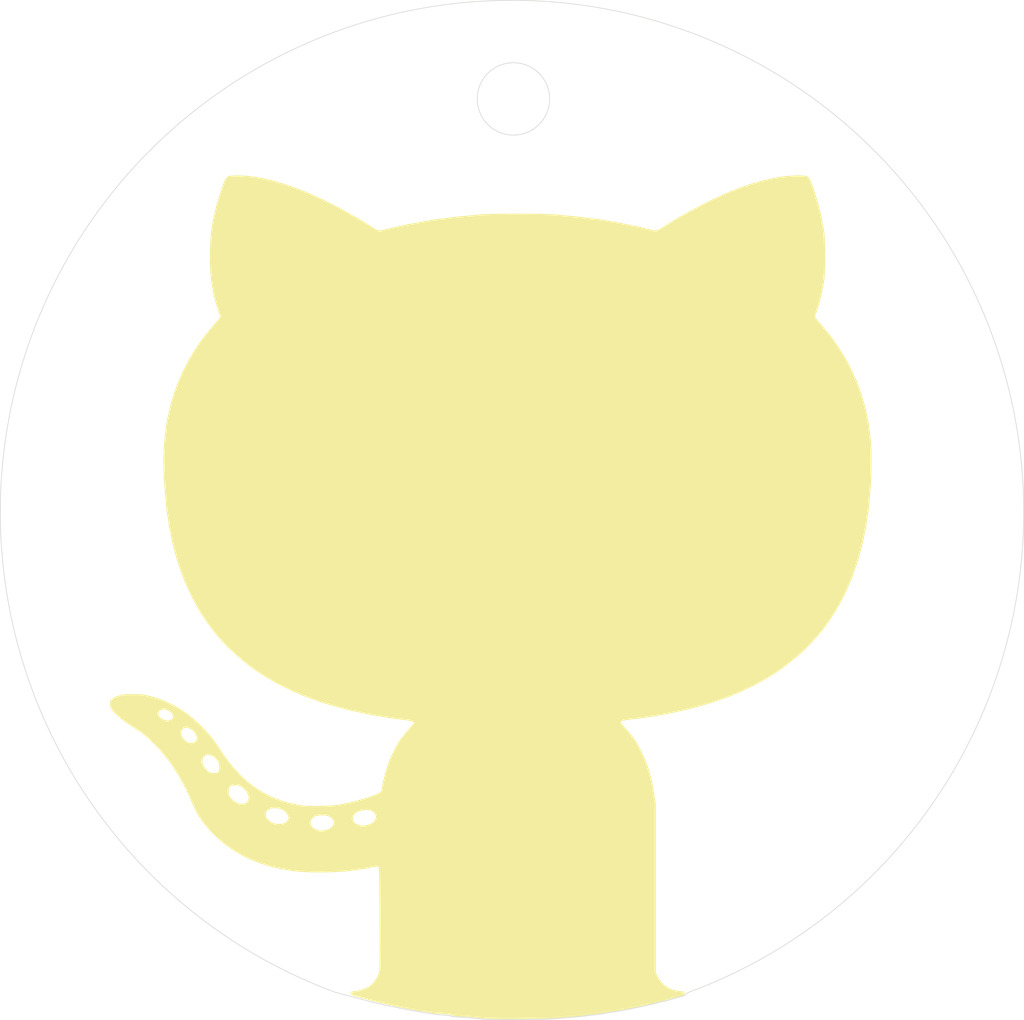
<source format=kicad_pcb>
(kicad_pcb (version 20171130) (host pcbnew "(5.1.2)-1")

  (general
    (thickness 1.6)
    (drawings 42)
    (tracks 0)
    (zones 0)
    (modules 1)
    (nets 1)
  )

  (page A4)
  (layers
    (0 F.Cu signal)
    (31 B.Cu signal)
    (32 B.Adhes user)
    (33 F.Adhes user)
    (34 B.Paste user)
    (35 F.Paste user)
    (36 B.SilkS user)
    (37 F.SilkS user)
    (38 B.Mask user)
    (39 F.Mask user)
    (40 Dwgs.User user)
    (41 Cmts.User user)
    (42 Eco1.User user)
    (43 Eco2.User user)
    (44 Edge.Cuts user)
    (45 Margin user)
    (46 B.CrtYd user)
    (47 F.CrtYd user)
    (48 B.Fab user)
    (49 F.Fab user)
  )

  (setup
    (last_trace_width 0.25)
    (trace_clearance 0.2)
    (zone_clearance 0.508)
    (zone_45_only no)
    (trace_min 0.2)
    (via_size 0.8)
    (via_drill 0.4)
    (via_min_size 0.4)
    (via_min_drill 0.3)
    (uvia_size 0.3)
    (uvia_drill 0.1)
    (uvias_allowed no)
    (uvia_min_size 0.2)
    (uvia_min_drill 0.1)
    (edge_width 0.05)
    (segment_width 0.2)
    (pcb_text_width 0.3)
    (pcb_text_size 1.5 1.5)
    (mod_edge_width 0.12)
    (mod_text_size 1 1)
    (mod_text_width 0.15)
    (pad_size 1.524 1.524)
    (pad_drill 0.762)
    (pad_to_mask_clearance 0.051)
    (solder_mask_min_width 0.25)
    (aux_axis_origin 0 0)
    (visible_elements 7FFFFFFF)
    (pcbplotparams
      (layerselection 0x010f0_ffffffff)
      (usegerberextensions false)
      (usegerberattributes false)
      (usegerberadvancedattributes false)
      (creategerberjobfile false)
      (excludeedgelayer true)
      (linewidth 0.100000)
      (plotframeref false)
      (viasonmask false)
      (mode 1)
      (useauxorigin false)
      (hpglpennumber 1)
      (hpglpenspeed 20)
      (hpglpendiameter 15.000000)
      (psnegative false)
      (psa4output false)
      (plotreference true)
      (plotvalue true)
      (plotinvisibletext false)
      (padsonsilk false)
      (subtractmaskfromsilk false)
      (outputformat 1)
      (mirror false)
      (drillshape 0)
      (scaleselection 1)
      (outputdirectory "github_logo_garber/"))
  )

  (net 0 "")

  (net_class Default "これはデフォルトのネット クラスです。"
    (clearance 0.2)
    (trace_width 0.25)
    (via_dia 0.8)
    (via_drill 0.4)
    (uvia_dia 0.3)
    (uvia_drill 0.1)
  )

  (module nanbuwks:github (layer F.Cu) (tedit 0) (tstamp 5D29A5CE)
    (at 156.0068 98.1964)
    (fp_text reference Ref** (at 0 0) (layer F.SilkS) hide
      (effects (font (size 1.27 1.27) (thickness 0.15)))
    )
    (fp_text value Val** (at 0 0) (layer F.SilkS) hide
      (effects (font (size 1.27 1.27) (thickness 0.15)))
    )
    (fp_poly (pts (xy 25.37734 -34.362021) (xy 25.458062 -34.355371) (xy 25.785742 -34.324665) (xy 25.929842 -34.127416)
      (xy 26.015729 -33.994104) (xy 26.080104 -33.865612) (xy 26.100949 -33.803166) (xy 26.132567 -33.692683)
      (xy 26.184969 -33.544439) (xy 26.225062 -33.443333) (xy 26.28286 -33.292121) (xy 26.351 -33.095157)
      (xy 26.417227 -32.888286) (xy 26.434935 -32.8295) (xy 26.493662 -32.634623) (xy 26.552236 -32.446164)
      (xy 26.600709 -32.295952) (xy 26.613553 -32.258) (xy 26.654165 -32.124482) (xy 26.702295 -31.942776)
      (xy 26.748823 -31.747709) (xy 26.757676 -31.707666) (xy 26.798802 -31.530692) (xy 26.839554 -31.375521)
      (xy 26.872844 -31.268577) (xy 26.880667 -31.24907) (xy 26.904722 -31.167529) (xy 26.934906 -31.024014)
      (xy 26.96693 -30.840577) (xy 26.990196 -30.685643) (xy 27.02024 -30.485949) (xy 27.050903 -30.308599)
      (xy 27.078108 -30.175859) (xy 27.09411 -30.118123) (xy 27.132801 -29.96757) (xy 27.165854 -29.7365)
      (xy 27.193033 -29.428891) (xy 27.214103 -29.048721) (xy 27.228827 -28.599968) (xy 27.236968 -28.086609)
      (xy 27.238623 -27.686) (xy 27.236972 -27.214386) (xy 27.231611 -26.814408) (xy 27.221613 -26.473078)
      (xy 27.206053 -26.177413) (xy 27.184003 -25.914425) (xy 27.15454 -25.671129) (xy 27.116735 -25.43454)
      (xy 27.069664 -25.191671) (xy 27.056204 -25.127812) (xy 27.013583 -24.926915) (xy 26.972169 -24.72931)
      (xy 26.939142 -24.569322) (xy 26.931616 -24.532166) (xy 26.885689 -24.329506) (xy 26.822826 -24.087784)
      (xy 26.748653 -23.825318) (xy 26.6688 -23.560426) (xy 26.588893 -23.311427) (xy 26.514561 -23.096639)
      (xy 26.451431 -22.934379) (xy 26.42041 -22.868239) (xy 26.404877 -22.798478) (xy 26.436347 -22.70988)
      (xy 26.490203 -22.623307) (xy 26.574124 -22.508701) (xy 26.652031 -22.416624) (xy 26.674755 -22.394333)
      (xy 26.727897 -22.338329) (xy 26.823628 -22.22858) (xy 26.951704 -22.077502) (xy 27.10188 -21.897509)
      (xy 27.263911 -21.701015) (xy 27.427553 -21.500435) (xy 27.58256 -21.308182) (xy 27.718688 -21.136673)
      (xy 27.813 -21.01503) (xy 27.919179 -20.871643) (xy 28.047405 -20.692468) (xy 28.182568 -20.499277)
      (xy 28.309556 -20.313844) (xy 28.41326 -20.157941) (xy 28.468115 -20.071091) (xy 28.613095 -19.832123)
      (xy 28.720909 -19.658928) (xy 28.786678 -19.558) (xy 28.853218 -19.450918) (xy 28.939995 -19.299309)
      (xy 29.038669 -19.119199) (xy 29.140903 -18.926616) (xy 29.238356 -18.737587) (xy 29.32269 -18.568141)
      (xy 29.385565 -18.434303) (xy 29.418643 -18.352102) (xy 29.421667 -18.337562) (xy 29.450665 -18.280125)
      (xy 29.482446 -18.247925) (xy 29.53394 -18.172307) (xy 29.571679 -18.062825) (xy 29.615633 -17.927216)
      (xy 29.676952 -17.801166) (xy 29.740514 -17.679982) (xy 29.806393 -17.530809) (xy 29.824748 -17.483666)
      (xy 29.943674 -17.163908) (xy 30.035635 -16.915308) (xy 30.103584 -16.72982) (xy 30.150472 -16.599398)
      (xy 30.174171 -16.531166) (xy 30.2137 -16.414511) (xy 30.264801 -16.264003) (xy 30.289107 -16.1925)
      (xy 30.343919 -16.020121) (xy 30.399786 -15.827482) (xy 30.421062 -15.748) (xy 30.465074 -15.58027)
      (xy 30.518969 -15.379212) (xy 30.562713 -15.218833) (xy 30.613445 -15.01427) (xy 30.662841 -14.78174)
      (xy 30.69462 -14.605) (xy 30.72431 -14.435598) (xy 30.755368 -14.287417) (xy 30.781442 -14.190531)
      (xy 30.78316 -14.185796) (xy 30.799351 -14.115029) (xy 30.823222 -13.973883) (xy 30.85276 -13.776088)
      (xy 30.885952 -13.535375) (xy 30.920787 -13.265473) (xy 30.935191 -13.148629) (xy 30.968023 -12.870562)
      (xy 30.993959 -12.626907) (xy 31.013805 -12.401414) (xy 31.028371 -12.177832) (xy 31.038466 -11.93991)
      (xy 31.044898 -11.671397) (xy 31.048476 -11.356043) (xy 31.050008 -10.977595) (xy 31.050201 -10.837333)
      (xy 31.048666 -10.435174) (xy 31.043584 -10.041007) (xy 31.035371 -9.670407) (xy 31.024446 -9.338946)
      (xy 31.011227 -9.062196) (xy 30.997357 -8.868833) (xy 30.974252 -8.611287) (xy 30.94713 -8.30166)
      (xy 30.918785 -7.972262) (xy 30.892012 -7.655405) (xy 30.881674 -7.531004) (xy 30.857411 -7.263087)
      (xy 30.829855 -7.000951) (xy 30.801534 -6.766072) (xy 30.774977 -6.579925) (xy 30.759569 -6.493837)
      (xy 30.721907 -6.285018) (xy 30.688376 -6.05311) (xy 30.671848 -5.9055) (xy 30.650611 -5.734881)
      (xy 30.615442 -5.515623) (xy 30.572025 -5.28145) (xy 30.543442 -5.1435) (xy 30.497605 -4.929713)
      (xy 30.454336 -4.722697) (xy 30.419461 -4.550586) (xy 30.403203 -4.466166) (xy 30.360573 -4.262462)
      (xy 30.298848 -4.00471) (xy 30.222534 -3.708661) (xy 30.136142 -3.390065) (xy 30.04418 -3.06467)
      (xy 29.951157 -2.748226) (xy 29.861581 -2.456483) (xy 29.77996 -2.205189) (xy 29.710804 -2.010096)
      (xy 29.674356 -1.92017) (xy 29.617448 -1.770997) (xy 29.574138 -1.621542) (xy 29.567813 -1.591619)
      (xy 29.540377 -1.485503) (xy 29.509864 -1.421658) (xy 29.504833 -1.417239) (xy 29.475082 -1.369)
      (xy 29.429996 -1.262875) (xy 29.379335 -1.121838) (xy 29.379333 -1.121833) (xy 29.328408 -0.980575)
      (xy 29.28269 -0.874047) (xy 29.252124 -0.82537) (xy 29.217223 -0.773792) (xy 29.175769 -0.673774)
      (xy 29.166204 -0.644994) (xy 29.104954 -0.480069) (xy 29.009409 -0.258757) (xy 28.887626 0.002018)
      (xy 28.747659 0.28533) (xy 28.597563 0.574252) (xy 28.502826 0.749) (xy 28.421008 0.899312)
      (xy 28.346716 1.03928) (xy 28.304447 1.121834) (xy 28.250973 1.218031) (xy 28.166479 1.35713)
      (xy 28.06753 1.512003) (xy 28.048538 1.54086) (xy 27.959817 1.676689) (xy 27.892569 1.782932)
      (xy 27.857802 1.842074) (xy 27.855334 1.848256) (xy 27.832832 1.887768) (xy 27.773408 1.977974)
      (xy 27.68918 2.100554) (xy 27.675417 2.120229) (xy 27.577102 2.260886) (xy 27.490222 2.385942)
      (xy 27.433121 2.468989) (xy 27.432 2.470644) (xy 27.223653 2.759755) (xy 26.965452 3.08843)
      (xy 26.671502 3.440753) (xy 26.355907 3.80081) (xy 26.032773 4.152685) (xy 25.716203 4.480465)
      (xy 25.420303 4.768234) (xy 25.291282 4.886118) (xy 24.998659 5.140759) (xy 24.686516 5.401556)
      (xy 24.36495 5.660925) (xy 24.044058 5.911285) (xy 23.733937 6.145054) (xy 23.444683 6.354652)
      (xy 23.186394 6.532495) (xy 22.969167 6.671003) (xy 22.803098 6.762594) (xy 22.775334 6.775303)
      (xy 22.658546 6.842548) (xy 22.584834 6.900334) (xy 22.476647 6.981565) (xy 22.394334 7.027461)
      (xy 22.297646 7.075731) (xy 22.164264 7.147442) (xy 22.076834 7.196473) (xy 21.961149 7.259495)
      (xy 21.789369 7.349338) (xy 21.581578 7.455878) (xy 21.357858 7.568989) (xy 21.138296 7.678548)
      (xy 20.942975 7.774428) (xy 20.79198 7.846507) (xy 20.743334 7.868706) (xy 20.63872 7.919216)
      (xy 20.574 7.955026) (xy 20.481141 8.005506) (xy 20.34845 8.06947) (xy 20.199334 8.136664)
      (xy 20.057197 8.196838) (xy 19.945447 8.239739) (xy 19.888751 8.255158) (xy 19.817201 8.27604)
      (xy 19.716104 8.326851) (xy 19.703717 8.334256) (xy 19.583487 8.395118) (xy 19.430386 8.457033)
      (xy 19.365051 8.479264) (xy 19.214782 8.529551) (xy 19.02811 8.595902) (xy 18.8595 8.658644)
      (xy 18.68106 8.725162) (xy 18.503769 8.788475) (xy 18.372667 8.83269) (xy 18.225376 8.880818)
      (xy 18.088746 8.927297) (xy 18.055167 8.939194) (xy 17.953759 8.972198) (xy 17.800355 9.018102)
      (xy 17.624778 9.068035) (xy 17.5895 9.077758) (xy 17.420479 9.126599) (xy 17.275039 9.173159)
      (xy 17.179172 9.208998) (xy 17.166167 9.215204) (xy 17.069023 9.25165) (xy 16.938006 9.284292)
      (xy 16.912167 9.289077) (xy 16.779487 9.317024) (xy 16.607734 9.359766) (xy 16.467667 9.398463)
      (xy 16.111171 9.495365) (xy 15.699612 9.595302) (xy 15.324667 9.678071) (xy 15.149674 9.71538)
      (xy 14.932825 9.762201) (xy 14.714925 9.809712) (xy 14.6685 9.819909) (xy 14.289637 9.898998)
      (xy 13.876482 9.978092) (xy 13.47442 10.0487) (xy 13.2715 10.081296) (xy 13.110553 10.106605)
      (xy 12.902974 10.140004) (xy 12.685625 10.175545) (xy 12.615334 10.18718) (xy 12.387187 10.223822)
      (xy 12.165264 10.256405) (xy 11.929302 10.287536) (xy 11.659039 10.319823) (xy 11.334212 10.355873)
      (xy 11.157402 10.374809) (xy 10.866355 10.409268) (xy 10.654975 10.445769) (xy 10.518341 10.489942)
      (xy 10.451528 10.547418) (xy 10.449615 10.623828) (xy 10.507678 10.724802) (xy 10.620795 10.855972)
      (xy 10.681418 10.919248) (xy 10.984381 11.250602) (xy 11.28335 11.615032) (xy 11.558058 11.986313)
      (xy 11.788234 12.338219) (xy 11.821644 12.394517) (xy 11.904334 12.544107) (xy 12.005192 12.738382)
      (xy 12.115344 12.958887) (xy 12.225912 13.187163) (xy 12.328023 13.404753) (xy 12.412801 13.593199)
      (xy 12.47137 13.734046) (xy 12.487624 13.7795) (xy 12.529157 13.895856) (xy 12.566396 13.978311)
      (xy 12.574621 13.991167) (xy 12.603453 14.0531) (xy 12.64305 14.168081) (xy 12.672152 14.266334)
      (xy 12.72259 14.440006) (xy 12.777362 14.616859) (xy 12.801274 14.689667) (xy 12.856162 14.871231)
      (xy 12.918232 15.107086) (xy 12.980589 15.368035) (xy 13.036334 15.624882) (xy 13.078571 15.848431)
      (xy 13.086284 15.896167) (xy 13.108358 16.036386) (xy 13.140177 16.234612) (xy 13.177617 16.465328)
      (xy 13.216558 16.703019) (xy 13.219631 16.721667) (xy 13.313834 17.293167) (xy 13.313834 31.1785)
      (xy 13.472749 31.502869) (xy 13.693535 31.862304) (xy 13.972828 32.161709) (xy 14.30742 32.399019)
      (xy 14.694102 32.572166) (xy 15.129665 32.679082) (xy 15.338608 32.704847) (xy 15.530019 32.728201)
      (xy 15.646807 32.762048) (xy 15.698963 32.813805) (xy 15.696475 32.890893) (xy 15.672653 32.952952)
      (xy 15.631565 33.007528) (xy 15.552973 33.053883) (xy 15.420089 33.099866) (xy 15.275504 33.138627)
      (xy 15.067213 33.191007) (xy 14.847947 33.246133) (xy 14.662074 33.292849) (xy 14.647334 33.296553)
      (xy 14.458468 33.348051) (xy 14.261842 33.407878) (xy 14.14615 33.446846) (xy 13.995676 33.492916)
      (xy 13.85704 33.522321) (xy 13.795564 33.528) (xy 13.68797 33.541578) (xy 13.538478 33.576701)
      (xy 13.418356 33.613108) (xy 13.236514 33.668875) (xy 13.044657 33.719434) (xy 12.943441 33.741896)
      (xy 12.793468 33.772752) (xy 12.598756 33.814679) (xy 12.397024 33.859529) (xy 12.361334 33.867635)
      (xy 11.875172 33.976794) (xy 11.465295 34.065049) (xy 11.126234 34.133517) (xy 10.852518 34.183315)
      (xy 10.691661 34.208401) (xy 10.518234 34.235877) (xy 10.366453 34.26517) (xy 10.264993 34.290645)
      (xy 10.254537 34.294295) (xy 10.169175 34.315553) (xy 10.024068 34.340691) (xy 9.843774 34.365712)
      (xy 9.744043 34.377376) (xy 9.527394 34.404547) (xy 9.306246 34.438078) (xy 9.118422 34.472065)
      (xy 9.067725 34.482936) (xy 8.915262 34.51155) (xy 8.707785 34.542169) (xy 8.474733 34.570773)
      (xy 8.284559 34.589959) (xy 8.045117 34.614156) (xy 7.79981 34.64364) (xy 7.581171 34.674266)
      (xy 7.450667 34.69617) (xy 7.297152 34.719575) (xy 7.082154 34.744709) (xy 6.82876 34.769244)
      (xy 6.560057 34.790855) (xy 6.4135 34.800689) (xy 6.116666 34.820993) (xy 5.794047 34.846319)
      (xy 5.478579 34.873884) (xy 5.203198 34.900909) (xy 5.122334 34.90973) (xy 4.94916 34.92422)
      (xy 4.701922 34.937655) (xy 4.391216 34.949929) (xy 4.027638 34.960937) (xy 3.621785 34.970575)
      (xy 3.184253 34.978738) (xy 2.725639 34.98532) (xy 2.256539 34.990217) (xy 1.787551 34.993324)
      (xy 1.32927 34.994536) (xy 0.892294 34.993747) (xy 0.487218 34.990854) (xy 0.124639 34.98575)
      (xy -0.184846 34.978332) (xy -0.430641 34.968494) (xy -0.486833 34.965277) (xy -0.733958 34.947978)
      (xy -0.980449 34.927463) (xy -1.199248 34.906181) (xy -1.363299 34.886582) (xy -1.375833 34.884782)
      (xy -1.514702 34.868531) (xy -1.718229 34.850143) (xy -1.966488 34.831156) (xy -2.239551 34.813106)
      (xy -2.488554 34.799008) (xy -2.799976 34.781179) (xy -3.039937 34.763006) (xy -3.221632 34.742872)
      (xy -3.358258 34.719162) (xy -3.463011 34.690259) (xy -3.504554 34.6746) (xy -3.61405 34.638028)
      (xy -3.749294 34.611006) (xy -3.926986 34.591408) (xy -4.163824 34.577107) (xy -4.318 34.570984)
      (xy -4.56057 34.55865) (xy -4.794239 34.539928) (xy -4.99558 34.517144) (xy -5.141168 34.492625)
      (xy -5.164666 34.486888) (xy -5.310529 34.454622) (xy -5.50841 34.42009) (xy -5.726005 34.388658)
      (xy -5.836591 34.375279) (xy -6.032573 34.350647) (xy -6.207169 34.323706) (xy -6.336603 34.29838)
      (xy -6.385023 34.284732) (xy -6.472119 34.26158) (xy -6.61987 34.232273) (xy -6.804916 34.201167)
      (xy -6.940765 34.181121) (xy -7.149949 34.148767) (xy -7.349521 34.112203) (xy -7.510875 34.07693)
      (xy -7.577666 34.058605) (xy -7.743768 34.014875) (xy -7.927282 33.979105) (xy -7.979833 33.97157)
      (xy -8.134238 33.945851) (xy -8.325136 33.905373) (xy -8.487833 33.864989) (xy -8.695523 33.811767)
      (xy -8.925735 33.757004) (xy -9.0805 33.72284) (xy -9.386653 33.655078) (xy -9.730186 33.573109)
      (xy -10.086854 33.483193) (xy -10.432413 33.391592) (xy -10.742618 33.304566) (xy -10.9855 33.230866)
      (xy -11.158777 33.180559) (xy -11.333435 33.138215) (xy -11.428147 33.120167) (xy -11.581228 33.07435)
      (xy -11.70734 32.996782) (xy -11.786981 32.903181) (xy -11.802803 32.818201) (xy -11.778693 32.780003)
      (xy -11.71348 32.749978) (xy -11.592544 32.723653) (xy -11.408306 32.697436) (xy -10.943487 32.608801)
      (xy -10.542122 32.466577) (xy -10.199977 32.268038) (xy -9.91282 32.010457) (xy -9.676417 31.691106)
      (xy -9.583 31.521615) (xy -9.499537 31.337383) (xy -9.447734 31.167841) (xy -9.416707 30.972498)
      (xy -9.406621 30.865345) (xy -9.402509 30.770102) (xy -9.399015 30.596793) (xy -9.396154 30.352014)
      (xy -9.393939 30.042363) (xy -9.392382 29.674438) (xy -9.391498 29.254836) (xy -9.391298 28.790155)
      (xy -9.391796 28.286992) (xy -9.393006 27.751946) (xy -9.39494 27.191613) (xy -9.397612 26.612592)
      (xy -9.398 26.538888) (xy -9.401845 25.852565) (xy -9.405665 25.246223) (xy -9.409552 24.715176)
      (xy -9.413597 24.254738) (xy -9.417893 23.860225) (xy -9.42253 23.52695) (xy -9.427602 23.250227)
      (xy -9.4332 23.02537) (xy -9.439415 22.847695) (xy -9.44634 22.712516) (xy -9.454067 22.615146)
      (xy -9.462687 22.5509) (xy -9.472291 22.515092) (xy -9.477026 22.506928) (xy -9.525526 22.471301)
      (xy -9.603211 22.456517) (xy -9.72228 22.463524) (xy -9.894932 22.493269) (xy -10.133366 22.546702)
      (xy -10.202333 22.563301) (xy -10.416583 22.608088) (xy -10.65535 22.647191) (xy -10.837333 22.669085)
      (xy -11.050584 22.693532) (xy -11.283111 22.728039) (xy -11.451166 22.758603) (xy -11.740477 22.806291)
      (xy -12.099009 22.846467) (xy -12.513587 22.879056) (xy -12.971033 22.903982) (xy -13.458171 22.92117)
      (xy -13.961822 22.930547) (xy -14.46881 22.932036) (xy -14.965958 22.925562) (xy -15.440088 22.911052)
      (xy -15.878025 22.888429) (xy -16.266589 22.857619) (xy -16.592605 22.818546) (xy -16.764 22.788833)
      (xy -16.974985 22.747851) (xy -17.215496 22.704119) (xy -17.420166 22.669309) (xy -17.699207 22.6184)
      (xy -17.99161 22.555189) (xy -18.273453 22.485608) (xy -18.520812 22.415587) (xy -18.709764 22.351056)
      (xy -18.719181 22.347303) (xy -18.846822 22.300647) (xy -18.948612 22.271832) (xy -18.980566 22.267334)
      (xy -19.052034 22.251268) (xy -19.187292 22.206522) (xy -19.372526 22.138272) (xy -19.593924 22.051694)
      (xy -19.837672 21.951963) (xy -19.960166 21.900253) (xy -20.709976 21.540909) (xy -21.432329 21.116674)
      (xy -22.115031 20.636388) (xy -22.745888 20.108888) (xy -23.312705 19.543012) (xy -23.48985 19.342056)
      (xy -23.640758 19.164294) (xy -23.74905 19.034678) (xy -23.827367 18.937208) (xy -23.888354 18.855882)
      (xy -23.944653 18.774699) (xy -23.97944 18.722436) (xy -24.070614 18.587124) (xy -24.175625 18.435067)
      (xy -24.213282 18.38153) (xy -24.30297 18.245881) (xy -24.35943 18.149685) (xy -18.752025 18.149685)
      (xy -18.751946 18.173297) (xy -18.740001 18.328951) (xy -18.698217 18.44207) (xy -18.634528 18.528923)
      (xy -18.397026 18.744963) (xy -18.119948 18.88747) (xy -17.808133 18.954991) (xy -17.466422 18.946076)
      (xy -17.325813 18.921507) (xy -17.209055 18.873835) (xy -15.070666 18.873835) (xy -15.05088 19.025567)
      (xy -14.985303 19.153637) (xy -14.864609 19.266544) (xy -14.679471 19.372785) (xy -14.420562 19.480858)
      (xy -14.393333 19.490961) (xy -14.279345 19.506829) (xy -14.113768 19.499157) (xy -13.92508 19.471931)
      (xy -13.741759 19.429141) (xy -13.604688 19.380524) (xy -13.396623 19.257718) (xy -13.247562 19.107913)
      (xy -13.168087 18.943155) (xy -13.157986 18.871953) (xy -13.170511 18.728138) (xy -13.228956 18.60135)
      (xy -13.324586 18.490557) (xy -11.597833 18.490557) (xy -11.574284 18.661231) (xy -11.498823 18.795804)
      (xy -11.358659 18.912267) (xy -11.25573 18.971764) (xy -10.975758 19.073683) (xy -10.681171 19.094679)
      (xy -10.382768 19.034593) (xy -10.261866 18.9865) (xy -10.133872 18.930113) (xy -10.037695 18.891722)
      (xy -9.999995 18.880666) (xy -9.952667 18.848416) (xy -9.880254 18.767813) (xy -9.801283 18.663069)
      (xy -9.734286 18.5584) (xy -9.701728 18.490896) (xy -9.686149 18.322883) (xy -9.752001 18.145796)
      (xy -9.843651 18.021858) (xy -10.005014 17.900397) (xy -10.224574 17.823918) (xy -10.486871 17.795653)
      (xy -10.776448 17.818829) (xy -10.797663 17.82252) (xy -11.058464 17.895747) (xy -11.28041 18.009372)
      (xy -11.451963 18.153763) (xy -11.561584 18.319287) (xy -11.597833 18.490557) (xy -13.324586 18.490557)
      (xy -13.346461 18.465214) (xy -13.373738 18.438784) (xy -13.526956 18.341923) (xy -13.738593 18.274983)
      (xy -13.987204 18.239766) (xy -14.251347 18.238077) (xy -14.509578 18.271717) (xy -14.702307 18.327092)
      (xy -14.789571 18.381286) (xy -14.894389 18.474118) (xy -14.935703 18.518231) (xy -15.024804 18.63788)
      (xy -15.063679 18.75454) (xy -15.070666 18.873835) (xy -17.209055 18.873835) (xy -17.131461 18.842154)
      (xy -16.980918 18.705704) (xy -16.891753 18.529204) (xy -16.88309 18.491971) (xy -16.893612 18.33757)
      (xy -16.971372 18.168909) (xy -17.104909 18.002954) (xy -17.282763 17.856667) (xy -17.334151 17.82436)
      (xy -17.489331 17.740319) (xy -17.624179 17.691868) (xy -17.778794 17.667311) (xy -17.900991 17.659014)
      (xy -18.178296 17.661113) (xy -18.393997 17.701689) (xy -18.563794 17.784689) (xy -18.63725 17.844137)
      (xy -18.708964 17.925224) (xy -18.743156 18.015401) (xy -18.752025 18.149685) (xy -24.35943 18.149685)
      (xy -24.381311 18.112405) (xy -24.406068 18.06403) (xy -24.470133 17.935759) (xy -24.531971 17.822334)
      (xy -24.579446 17.731467) (xy -24.64632 17.591765) (xy -24.718731 17.432249) (xy -24.724055 17.420167)
      (xy -24.799497 17.251953) (xy -24.8732 17.09319) (xy -24.929488 16.977633) (xy -24.930496 16.975667)
      (xy -24.990204 16.841958) (xy -25.034068 16.713831) (xy -25.036809 16.703082) (xy -25.085349 16.572292)
      (xy -25.14234 16.470249) (xy -25.210015 16.35107) (xy -25.265268 16.220667) (xy -21.805767 16.220667)
      (xy -21.804799 16.386216) (xy -21.786661 16.528338) (xy -21.778606 16.558302) (xy -21.692391 16.724836)
      (xy -21.547689 16.898296) (xy -21.366391 17.059) (xy -21.170387 17.187267) (xy -20.999641 17.258667)
      (xy -20.828525 17.288026) (xy -20.643547 17.290907) (xy -20.47331 17.269552) (xy -20.346417 17.226205)
      (xy -20.316191 17.205053) (xy -20.259776 17.126338) (xy -20.204338 17.007521) (xy -20.192836 16.975171)
      (xy -20.164601 16.868603) (xy -20.16186 16.771103) (xy -20.186409 16.648886) (xy -20.215536 16.547809)
      (xy -20.268771 16.397759) (xy -20.335064 16.281343) (xy -20.435027 16.168308) (xy -20.540086 16.071443)
      (xy -20.682439 15.957485) (xy -20.825126 15.862576) (xy -20.938741 15.806141) (xy -20.944728 15.80417)
      (xy -21.175107 15.757569) (xy -21.392227 15.760307) (xy -21.578208 15.808926) (xy -21.715168 15.89997)
      (xy -21.760516 15.961877) (xy -21.790646 16.067339) (xy -21.805767 16.220667) (xy -25.265268 16.220667)
      (xy -25.266991 16.216601) (xy -25.267054 16.216416) (xy -25.316582 16.09872) (xy -25.370269 16.009227)
      (xy -25.37401 16.004749) (xy -25.424863 15.921204) (xy -25.475267 15.801597) (xy -25.482403 15.78034)
      (xy -25.524052 15.673021) (xy -25.563593 15.605426) (xy -25.571216 15.59867) (xy -25.611429 15.549183)
      (xy -25.669319 15.451092) (xy -25.697235 15.396997) (xy -25.774092 15.245974) (xy -25.852228 15.104508)
      (xy -25.945047 14.949827) (xy -26.06595 14.759158) (xy -26.138436 14.647334) (xy -26.249939 14.475354)
      (xy -26.360312 14.303907) (xy -26.449346 14.164406) (xy -26.465192 14.139334) (xy -26.553161 14.006164)
      (xy -26.639451 13.885565) (xy -26.672785 13.843) (xy -26.711311 13.794759) (xy -23.960666 13.794759)
      (xy -23.951285 13.956722) (xy -23.914139 14.087019) (xy -23.83573 14.230051) (xy -23.821537 14.252307)
      (xy -23.655593 14.470724) (xy -23.477104 14.637058) (xy -23.320171 14.728799) (xy -23.17544 14.761646)
      (xy -22.99627 14.769991) (xy -22.828512 14.753321) (xy -22.762117 14.735023) (xy -22.65679 14.652055)
      (xy -22.591796 14.507091) (xy -22.569429 14.313775) (xy -22.591984 14.085751) (xy -22.628065 13.937847)
      (xy -22.686578 13.788914) (xy -22.775668 13.661475) (xy -22.913815 13.526999) (xy -23.136525 13.366657)
      (xy -23.352143 13.277965) (xy -23.552348 13.261833) (xy -23.728823 13.31917) (xy -23.852281 13.424354)
      (xy -23.918954 13.52167) (xy -23.951625 13.630126) (xy -23.96065 13.785113) (xy -23.960666 13.794759)
      (xy -26.711311 13.794759) (xy -26.752577 13.743088) (xy -26.849976 13.616632) (xy -26.886696 13.567834)
      (xy -27.177191 13.199277) (xy -27.499787 12.826261) (xy -27.84205 12.460961) (xy -28.191549 12.115549)
      (xy -28.535851 11.802202) (xy -28.807473 11.578442) (xy -25.711552 11.578442) (xy -25.637913 11.797428)
      (xy -25.480879 12.005358) (xy -25.479932 12.006325) (xy -25.276747 12.173576) (xy -25.065503 12.275619)
      (xy -24.859994 12.307607) (xy -24.705946 12.278357) (xy -24.541631 12.179152) (xy -24.447082 12.03816)
      (xy -24.423805 11.863684) (xy -24.473307 11.66403) (xy -24.563916 11.495392) (xy -24.72562 11.307935)
      (xy -24.931994 11.152472) (xy -25.153718 11.049308) (xy -25.239763 11.027305) (xy -25.400801 11.036491)
      (xy -25.549328 11.112241) (xy -25.660385 11.237373) (xy -25.702628 11.345933) (xy -25.711552 11.578442)
      (xy -28.807473 11.578442) (xy -28.862521 11.533094) (xy -29.159129 11.320399) (xy -29.223195 11.279875)
      (xy -29.363192 11.189926) (xy -29.493402 11.099772) (xy -29.546806 11.059584) (xy -29.635611 10.996182)
      (xy -29.697575 10.964489) (xy -29.702944 10.963686) (xy -29.75449 10.940734) (xy -29.851654 10.881785)
      (xy -29.950833 10.815142) (xy -30.096616 10.713516) (xy -30.273175 10.59077) (xy -30.437666 10.476678)
      (xy -30.676114 10.296472) (xy -30.919018 10.086683) (xy -31.1342 9.878013) (xy -27.599744 9.878013)
      (xy -27.558583 10.031414) (xy -27.450202 10.17816) (xy -27.291821 10.305409) (xy -27.100659 10.400316)
      (xy -26.893937 10.450038) (xy -26.827063 10.454313) (xy -26.714314 10.436181) (xy -26.578717 10.388528)
      (xy -26.541313 10.370806) (xy -26.433795 10.30632) (xy -26.385102 10.240971) (xy -26.373945 10.148556)
      (xy -26.413749 9.978471) (xy -26.521182 9.817756) (xy -26.679316 9.680122) (xy -26.871226 9.579277)
      (xy -27.079983 9.528929) (xy -27.143002 9.525722) (xy -27.331581 9.554706) (xy -27.480402 9.635357)
      (xy -27.574325 9.755997) (xy -27.599744 9.878013) (xy -31.1342 9.878013) (xy -31.144848 9.867688)
      (xy -31.332069 9.659861) (xy -31.414808 9.552006) (xy -31.49667 9.425138) (xy -31.540277 9.317178)
      (xy -31.557247 9.189585) (xy -31.5595 9.072016) (xy -31.555688 8.917743) (xy -31.539141 8.822295)
      (xy -31.502192 8.75998) (xy -31.453666 8.717386) (xy -31.355473 8.63885) (xy -31.283987 8.576336)
      (xy -31.196348 8.522636) (xy -31.093487 8.487017) (xy -30.982194 8.455517) (xy -30.832809 8.405582)
      (xy -30.734 8.369343) (xy -30.640883 8.337131) (xy -30.545078 8.313589) (xy -30.431283 8.297346)
      (xy -30.284194 8.28703) (xy -30.088511 8.28127) (xy -29.82893 8.278694) (xy -29.718 8.278285)
      (xy -29.452969 8.27811) (xy -29.240852 8.280881) (xy -29.062625 8.289127) (xy -28.899263 8.305374)
      (xy -28.731743 8.332151) (xy -28.541041 8.371986) (xy -28.308135 8.427407) (xy -28.013998 8.500941)
      (xy -27.982333 8.508922) (xy -27.733635 8.579143) (xy -27.471543 8.669165) (xy -27.183614 8.784183)
      (xy -26.857407 8.929387) (xy -26.480479 9.109969) (xy -26.169995 9.265165) (xy -26.05183 9.331584)
      (xy -25.885569 9.433485) (xy -25.692116 9.557281) (xy -25.492374 9.689384) (xy -25.307245 9.816207)
      (xy -25.167188 9.917) (xy -24.725321 10.271425) (xy -24.275586 10.67719) (xy -23.835097 11.116454)
      (xy -23.420969 11.571377) (xy -23.050317 12.024118) (xy -22.761453 12.424834) (xy -22.659929 12.577021)
      (xy -22.5682 12.714561) (xy -22.502918 12.812486) (xy -22.493248 12.827) (xy -22.425965 12.929953)
      (xy -22.342774 13.059701) (xy -22.315866 13.102167) (xy -22.082089 13.44786) (xy -21.803799 13.81905)
      (xy -21.496275 14.197957) (xy -21.174796 14.566801) (xy -20.85464 14.907801) (xy -20.551085 15.203177)
      (xy -20.3835 15.35092) (xy -20.20837 15.495533) (xy -20.02948 15.638886) (xy -19.859912 15.770995)
      (xy -19.712743 15.881871) (xy -19.601054 15.961528) (xy -19.537925 15.999978) (xy -19.530797 16.002)
      (xy -19.480155 16.027479) (xy -19.42088 16.074658) (xy -19.332281 16.1436) (xy -19.213577 16.223172)
      (xy -19.184713 16.240884) (xy -19.066603 16.307903) (xy -18.906977 16.393196) (xy -18.721752 16.488871)
      (xy -18.526843 16.587036) (xy -18.338168 16.679799) (xy -18.171642 16.759267) (xy -18.043183 16.817549)
      (xy -17.968707 16.846752) (xy -17.958973 16.848667) (xy -17.892739 16.864894) (xy -17.782979 16.905892)
      (xy -17.728216 16.929331) (xy -17.490849 17.02311) (xy -17.208853 17.11639) (xy -16.918679 17.198293)
      (xy -16.656779 17.257938) (xy -16.585151 17.270506) (xy -16.422731 17.299543) (xy -16.281033 17.330602)
      (xy -16.198366 17.354436) (xy -16.042345 17.394587) (xy -15.815371 17.426802) (xy -15.530779 17.451144)
      (xy -15.201904 17.46768) (xy -14.842082 17.476475) (xy -14.464646 17.477594) (xy -14.082933 17.471102)
      (xy -13.710276 17.457064) (xy -13.360012 17.435546) (xy -13.045474 17.406613) (xy -12.779999 17.37033)
      (xy -12.615333 17.336912) (xy -12.428955 17.296842) (xy -12.227602 17.262532) (xy -12.149666 17.252176)
      (xy -11.97784 17.224532) (xy -11.777519 17.181297) (xy -11.641666 17.14572) (xy -11.446893 17.090102)
      (xy -11.237189 17.031234) (xy -11.1125 16.996808) (xy -10.752597 16.895456) (xy -10.469635 16.809103)
      (xy -10.265868 16.73846) (xy -10.174769 16.700272) (xy -10.067989 16.656784) (xy -9.988333 16.636409)
      (xy -9.984269 16.636219) (xy -9.910106 16.617465) (xy -9.788209 16.569729) (xy -9.641641 16.504058)
      (xy -9.493468 16.431498) (xy -9.366754 16.363094) (xy -9.284565 16.309891) (xy -9.267759 16.29309)
      (xy -9.245722 16.224103) (xy -9.222202 16.099108) (xy -9.204136 15.961021) (xy -9.176167 15.778461)
      (xy -9.130523 15.561565) (xy -9.076881 15.356126) (xy -9.074755 15.348957) (xy -9.0277 15.179769)
      (xy -8.992528 15.031512) (xy -8.975405 14.930831) (xy -8.974666 14.916607) (xy -8.959381 14.822607)
      (xy -8.920297 14.688399) (xy -8.889677 14.604181) (xy -8.832273 14.446953) (xy -8.783112 14.292812)
      (xy -8.766704 14.232197) (xy -8.726499 14.101588) (xy -8.658919 13.917276) (xy -8.573383 13.701811)
      (xy -8.47931 13.477745) (xy -8.386117 13.267627) (xy -8.303224 13.094009) (xy -8.250527 12.996334)
      (xy -8.210999 12.923895) (xy -8.150523 12.806494) (xy -8.107801 12.721167) (xy -8.038787 12.585864)
      (xy -7.976469 12.470571) (xy -7.949611 12.424834) (xy -7.813083 12.209068) (xy -7.713615 12.053436)
      (xy -7.64348 11.946223) (xy -7.594951 11.875713) (xy -7.560301 11.830189) (xy -7.547282 11.814853)
      (xy -7.494147 11.75036) (xy -7.406519 11.639891) (xy -7.301274 11.504776) (xy -7.276256 11.472334)
      (xy -7.136883 11.300562) (xy -6.971363 11.11) (xy -6.814482 10.94064) (xy -6.808011 10.933982)
      (xy -6.674898 10.787299) (xy -6.595137 10.676686) (xy -6.574757 10.610579) (xy -6.575427 10.608535)
      (xy -6.616377 10.562146) (xy -6.706676 10.520582) (xy -6.854438 10.481878) (xy -7.067775 10.444067)
      (xy -7.354798 10.405183) (xy -7.471833 10.391227) (xy -7.812356 10.350824) (xy -8.094553 10.315037)
      (xy -8.344359 10.280212) (xy -8.58771 10.242692) (xy -8.850541 10.198823) (xy -8.911166 10.18837)
      (xy -9.120331 10.15251) (xy -9.333857 10.116488) (xy -9.512594 10.086897) (xy -9.546166 10.081452)
      (xy -9.880273 10.02477) (xy -10.223584 9.961522) (xy -10.552612 9.896355) (xy -10.843869 9.833914)
      (xy -11.066355 9.780791) (xy -11.235509 9.73995) (xy -11.382485 9.709512) (xy -11.480558 9.69489)
      (xy -11.493142 9.694334) (xy -11.580532 9.682566) (xy -11.717264 9.651884) (xy -11.856787 9.613785)
      (xy -12.056813 9.556916) (xy -12.277722 9.497662) (xy -12.403666 9.465686) (xy -12.550963 9.428382)
      (xy -12.725024 9.381951) (xy -12.937954 9.323021) (xy -13.201853 9.248219) (xy -13.528825 9.154172)
      (xy -13.716 9.099964) (xy -14.050016 8.999451) (xy -14.343197 8.904025) (xy -14.580344 8.818797)
      (xy -14.710848 8.76529) (xy -14.852649 8.70926) (xy -14.989106 8.666316) (xy -15.01363 8.660396)
      (xy -15.140704 8.620975) (xy -15.283077 8.561323) (xy -15.308316 8.548878) (xy -15.420911 8.497506)
      (xy -15.506738 8.468829) (xy -15.52318 8.466667) (xy -15.588909 8.450007) (xy -15.702481 8.407007)
      (xy -15.799979 8.364677) (xy -15.953474 8.296079) (xy -16.144816 8.2127) (xy -16.333617 8.132133)
      (xy -16.340666 8.129166) (xy -16.497796 8.061518) (xy -16.629453 8.00199) (xy -16.711985 7.961349)
      (xy -16.721666 7.95572) (xy -16.815472 7.904477) (xy -16.848666 7.889362) (xy -16.926563 7.853642)
      (xy -17.058791 7.789851) (xy -17.224291 7.708457) (xy -17.402008 7.619926) (xy -17.570884 7.534726)
      (xy -17.709863 7.463325) (xy -17.773769 7.4295) (xy -18.170366 7.21134) (xy -18.523009 7.010367)
      (xy -18.820495 6.83309) (xy -19.03404 6.697702) (xy -19.363907 6.478669) (xy -19.63 6.300356)
      (xy -19.830348 6.164098) (xy -19.962982 6.071233) (xy -20.018275 6.029688) (xy -20.078001 5.981263)
      (xy -20.187455 5.893081) (xy -20.330277 5.778306) (xy -20.468166 5.667686) (xy -21.005892 5.221035)
      (xy -21.5124 4.769367) (xy -21.976696 4.323268) (xy -22.387782 3.893324) (xy -22.734662 3.490122)
      (xy -22.74974 3.471334) (xy -22.844415 3.354577) (xy -22.925307 3.257642) (xy -22.960572 3.217334)
      (xy -23.05753 3.102083) (xy -23.189408 2.931023) (xy -23.345093 2.719399) (xy -23.513467 2.482457)
      (xy -23.683415 2.235445) (xy -23.763025 2.116667) (xy -23.863544 1.965262) (xy -23.956736 1.824909)
      (xy -24.023612 1.724203) (xy -24.027268 1.718699) (xy -24.275003 1.323212) (xy -24.535241 0.866459)
      (xy -24.797177 0.368571) (xy -25.050009 -0.150324) (xy -25.165512 -0.402166) (xy -25.240065 -0.567635)
      (xy -25.313926 -0.730649) (xy -25.357188 -0.8255) (xy -25.423241 -0.977524) (xy -25.491018 -1.145113)
      (xy -25.506396 -1.185333) (xy -25.560624 -1.329113) (xy -25.628502 -1.508347) (xy -25.682695 -1.651)
      (xy -25.750249 -1.838532) (xy -25.82375 -2.057848) (xy -25.882695 -2.246404) (xy -25.932457 -2.406085)
      (xy -25.977616 -2.537818) (xy -26.009716 -2.617203) (xy -26.013683 -2.624424) (xy -26.041347 -2.692378)
      (xy -26.080441 -2.816641) (xy -26.12281 -2.971153) (xy -26.125456 -2.98152) (xy -26.2206 -3.354305)
      (xy -26.299336 -3.65897) (xy -26.36537 -3.909637) (xy -26.422413 -4.120427) (xy -26.459735 -4.2545)
      (xy -26.501997 -4.421591) (xy -26.532261 -4.57394) (xy -26.543928 -4.677833) (xy -26.554879 -4.774018)
      (xy -26.583689 -4.926088) (xy -26.625224 -5.108442) (xy -26.649627 -5.204764) (xy -26.696414 -5.403521)
      (xy -26.732475 -5.595958) (xy -26.752403 -5.751412) (xy -26.754666 -5.800418) (xy -26.763796 -5.930911)
      (xy -26.788183 -6.112375) (xy -26.823329 -6.313452) (xy -26.840026 -6.39532) (xy -26.877975 -6.603295)
      (xy -26.915314 -6.860597) (xy -26.947342 -7.131985) (xy -26.966685 -7.344833) (xy -26.987249 -7.610935)
      (xy -27.010732 -7.902418) (xy -27.033906 -8.179772) (xy -27.049686 -8.360833) (xy -27.112109 -9.171058)
      (xy -27.152476 -9.954812) (xy -27.170775 -10.702208) (xy -27.166996 -11.403355) (xy -27.141128 -12.048365)
      (xy -27.093161 -12.627349) (xy -27.054657 -12.932833) (xy -27.022909 -13.162752) (xy -26.99627 -13.376769)
      (xy -26.977151 -13.553935) (xy -26.967959 -13.673304) (xy -26.967499 -13.690729) (xy -26.957397 -13.801558)
      (xy -26.931083 -13.968637) (xy -26.892977 -14.166103) (xy -26.862581 -14.304563) (xy -26.81451 -14.51529)
      (xy -26.768972 -14.71994) (xy -26.732379 -14.889451) (xy -26.716864 -14.964833) (xy -26.644708 -15.292502)
      (xy -26.561136 -15.612955) (xy -26.475135 -15.892491) (xy -26.451543 -15.959666) (xy -26.395947 -16.12635)
      (xy -26.34783 -16.294068) (xy -26.329427 -16.371123) (xy -26.283029 -16.532573) (xy -26.218532 -16.693219)
      (xy -26.209388 -16.711759) (xy -26.147279 -16.858529) (xy -26.10175 -17.009296) (xy -26.097235 -17.03102)
      (xy -26.069722 -17.138541) (xy -26.039287 -17.204099) (xy -26.033499 -17.209427) (xy -26.003673 -17.257705)
      (xy -25.958608 -17.363735) (xy -25.908913 -17.502089) (xy -25.853912 -17.648455) (xy -25.798603 -17.765234)
      (xy -25.757448 -17.824313) (xy -25.704658 -17.903747) (xy -25.696333 -17.94661) (xy -25.69074 -17.978205)
      (xy -25.671522 -18.032205) (xy -25.635027 -18.116162) (xy -25.577598 -18.237628) (xy -25.495581 -18.404154)
      (xy -25.385322 -18.623292) (xy -25.243164 -18.902593) (xy -25.070129 -19.2405) (xy -24.994716 -19.3659)
      (xy -24.906154 -19.487165) (xy -24.840617 -19.578522) (xy -24.808108 -19.647356) (xy -24.807333 -19.654222)
      (xy -24.785531 -19.71675) (xy -24.730992 -19.81585) (xy -24.707924 -19.852058) (xy -24.526818 -20.125378)
      (xy -24.386599 -20.335207) (xy -24.282151 -20.489133) (xy -24.208361 -20.594745) (xy -24.1935 -20.615317)
      (xy -24.105686 -20.738531) (xy -24.026027 -20.8538) (xy -23.944276 -20.968239) (xy -23.846341 -21.097198)
      (xy -23.82489 -21.124333) (xy -23.729046 -21.244328) (xy -23.639409 -21.356529) (xy -23.621986 -21.378333)
      (xy -23.478478 -21.556194) (xy -23.321034 -21.748501) (xy -23.16239 -21.939994) (xy -23.015284 -22.115414)
      (xy -22.892451 -22.259502) (xy -22.806627 -22.356999) (xy -22.791631 -22.373166) (xy -22.682808 -22.498658)
      (xy -22.579229 -22.633914) (xy -22.571358 -22.645203) (xy -22.471436 -22.790239) (xy -22.559885 -22.967339)
      (xy -22.613125 -23.085668) (xy -22.644644 -23.178376) (xy -22.648333 -23.202255) (xy -22.662231 -23.269229)
      (xy -22.698665 -23.389234) (xy -22.749748 -23.536285) (xy -22.814623 -23.725065) (xy -22.881918 -23.941182)
      (xy -22.946311 -24.165009) (xy -23.00248 -24.376916) (xy -23.045103 -24.557275) (xy -23.068858 -24.686457)
      (xy -23.071997 -24.724818) (xy -23.08213 -24.814149) (xy -23.10869 -24.957676) (xy -23.146428 -25.127752)
      (xy -23.156 -25.167166) (xy -23.204762 -25.412528) (xy -23.248649 -25.726302) (xy -23.286572 -26.092322)
      (xy -23.317442 -26.494419) (xy -23.340171 -26.916424) (xy -23.35367 -27.342168) (xy -23.356851 -27.755485)
      (xy -23.351215 -28.067) (xy -23.328683 -28.64479) (xy -23.29905 -29.153368) (xy -23.260565 -29.608021)
      (xy -23.211478 -30.024034) (xy -23.150041 -30.416693) (xy -23.074504 -30.801284) (xy -23.002362 -31.115)
      (xy -22.958434 -31.299324) (xy -22.907396 -31.519084) (xy -22.860229 -31.727004) (xy -22.859821 -31.728833)
      (xy -22.814452 -31.918685) (xy -22.765245 -32.103705) (xy -22.722116 -32.246808) (xy -22.718307 -32.258)
      (xy -22.677931 -32.377512) (xy -22.620275 -32.551845) (xy -22.553836 -32.755175) (xy -22.502389 -32.914166)
      (xy -22.394534 -33.245503) (xy -22.306328 -33.507082) (xy -22.233307 -33.710304) (xy -22.171006 -33.866572)
      (xy -22.114961 -33.987288) (xy -22.060705 -34.083854) (xy -22.020783 -34.144063) (xy -21.953484 -34.235184)
      (xy -21.894041 -34.290894) (xy -21.817967 -34.3226) (xy -21.700773 -34.341712) (xy -21.568194 -34.354922)
      (xy -21.165032 -34.374245) (xy -20.705226 -34.3648) (xy -20.210944 -34.32876) (xy -19.704353 -34.268299)
      (xy -19.207617 -34.185592) (xy -18.742905 -34.082812) (xy -18.711333 -34.074711) (xy -18.521736 -34.02778)
      (xy -18.331094 -33.984168) (xy -18.182166 -33.953606) (xy -18.007847 -33.910234) (xy -17.828908 -33.848897)
      (xy -17.78 -33.828165) (xy -17.638506 -33.775421) (xy -17.504994 -33.743952) (xy -17.4625 -33.740209)
      (xy -17.351636 -33.720636) (xy -17.207897 -33.672064) (xy -17.123833 -33.63477) (xy -16.987153 -33.575701)
      (xy -16.866661 -33.537353) (xy -16.81523 -33.529324) (xy -16.715298 -33.509401) (xy -16.589818 -33.461723)
      (xy -16.560992 -33.447751) (xy -16.414581 -33.383875) (xy -16.249949 -33.326681) (xy -16.21466 -33.316601)
      (xy -16.07931 -33.272259) (xy -15.967069 -33.222249) (xy -15.940895 -33.20635) (xy -15.851951 -33.159603)
      (xy -15.798593 -33.147) (xy -15.727159 -33.12923) (xy -15.590525 -33.079017) (xy -15.399602 -33.001003)
      (xy -15.165304 -32.899832) (xy -14.89854 -32.780147) (xy -14.610224 -32.646591) (xy -14.499166 -32.594065)
      (xy -14.351751 -32.525684) (xy -14.205298 -32.460311) (xy -14.181666 -32.45011) (xy -14.066326 -32.396891)
      (xy -13.977994 -32.349634) (xy -13.97 -32.344544) (xy -13.889457 -32.299999) (xy -13.775313 -32.246101)
      (xy -13.758333 -32.238711) (xy -13.643083 -32.185784) (xy -13.554759 -32.139501) (xy -13.546666 -32.134535)
      (xy -13.505913 -32.110134) (xy -13.446859 -32.078639) (xy -13.354063 -32.032302) (xy -13.212087 -31.963371)
      (xy -13.059833 -31.890164) (xy -12.947774 -31.835153) (xy -12.86076 -31.790507) (xy -12.793014 -31.754311)
      (xy -12.671309 -31.689458) (xy -12.516448 -31.60703) (xy -12.430579 -31.561355) (xy -12.244427 -31.460288)
      (xy -12.059578 -31.356464) (xy -11.907449 -31.267634) (xy -11.867652 -31.243311) (xy -11.715396 -31.151867)
      (xy -11.559597 -31.063476) (xy -11.4935 -31.028104) (xy -11.074367 -30.798071) (xy -10.614228 -30.521256)
      (xy -10.57275 -30.495237) (xy -10.426649 -30.403664) (xy -10.275301 -30.309327) (xy -10.25525 -30.296881)
      (xy -10.137392 -30.222152) (xy -9.983346 -30.122333) (xy -9.832586 -30.023086) (xy -9.638494 -29.908727)
      (xy -9.471024 -29.851588) (xy -9.299342 -29.846698) (xy -9.092615 -29.88909) (xy -9.059333 -29.898454)
      (xy -8.824967 -29.961853) (xy -8.539585 -30.032816) (xy -8.235429 -30.103521) (xy -8.022166 -30.150036)
      (xy -7.887328 -30.179473) (xy -7.700472 -30.221527) (xy -7.491972 -30.269325) (xy -7.381409 -30.295027)
      (xy -7.19401 -30.337049) (xy -7.031381 -30.370254) (xy -6.915006 -30.390431) (xy -6.873409 -30.394564)
      (xy -6.802656 -30.402491) (xy -6.668364 -30.424641) (xy -6.489807 -30.457619) (xy -6.2865 -30.497979)
      (xy -5.842138 -30.585178) (xy -5.400613 -30.664489) (xy -4.982041 -30.732628) (xy -4.606534 -30.786309)
      (xy -4.311109 -30.82062) (xy -4.073045 -30.847114) (xy -3.807368 -30.881637) (xy -3.566126 -30.91736)
      (xy -3.534833 -30.922472) (xy -3.347446 -30.949212) (xy -3.104475 -30.97759) (xy -2.834875 -31.004527)
      (xy -2.567596 -31.026946) (xy -2.518833 -31.030485) (xy -2.229376 -31.053395) (xy -1.907066 -31.082946)
      (xy -1.590669 -31.115372) (xy -1.318949 -31.146904) (xy -1.312333 -31.147741) (xy -1.1204 -31.165781)
      (xy -0.853881 -31.181519) (xy -0.522824 -31.194956) (xy -0.137278 -31.206093) (xy 0.292708 -31.214932)
      (xy 0.757085 -31.221475) (xy 1.245804 -31.225723) (xy 1.748817 -31.227679) (xy 2.256075 -31.227342)
      (xy 2.757529 -31.224716) (xy 3.24313 -31.219802) (xy 3.70283 -31.212601) (xy 4.126579 -31.203115)
      (xy 4.504329 -31.191345) (xy 4.82603 -31.177293) (xy 5.081635 -31.160961) (xy 5.228167 -31.146701)
      (xy 5.507651 -31.114996) (xy 5.831665 -31.082216) (xy 6.160217 -31.052209) (xy 6.453312 -31.028819)
      (xy 6.455834 -31.028639) (xy 6.733342 -31.005233) (xy 7.032194 -30.97416) (xy 7.318247 -30.9393)
      (xy 7.557357 -30.904532) (xy 7.577667 -30.90116) (xy 7.790258 -30.867843) (xy 7.989935 -30.84099)
      (xy 8.151675 -30.823718) (xy 8.237866 -30.818892) (xy 8.344815 -30.811306) (xy 8.513052 -30.790735)
      (xy 8.720725 -30.760187) (xy 8.945981 -30.722674) (xy 8.9787 -30.716854) (xy 9.217636 -30.674562)
      (xy 9.454483 -30.633642) (xy 9.66263 -30.59863) (xy 9.815466 -30.574065) (xy 9.821334 -30.573169)
      (xy 10.173185 -30.513629) (xy 10.58477 -30.433672) (xy 11.034822 -30.337536) (xy 11.260667 -30.286333)
      (xy 11.455451 -30.243652) (xy 11.629663 -30.209646) (xy 11.760576 -30.188528) (xy 11.814956 -30.183665)
      (xy 11.915397 -30.169967) (xy 12.057802 -30.134691) (xy 12.16259 -30.101836) (xy 12.336919 -30.049163)
      (xy 12.517983 -30.005502) (xy 12.603134 -29.989981) (xy 12.767721 -29.958143) (xy 12.93001 -29.9155)
      (xy 12.969906 -29.902478) (xy 13.139399 -29.860287) (xy 13.308309 -29.846496) (xy 13.450961 -29.860838)
      (xy 13.541678 -29.903045) (xy 13.546667 -29.9085) (xy 13.609634 -29.961819) (xy 13.64018 -29.972)
      (xy 13.695271 -29.994242) (xy 13.794322 -30.05158) (xy 13.878413 -30.106395) (xy 14.058309 -30.228586)
      (xy 14.180656 -30.310696) (xy 14.257721 -30.360544) (xy 14.301772 -30.385948) (xy 14.325075 -30.394724)
      (xy 14.331782 -30.395333) (xy 14.378979 -30.417575) (xy 14.470309 -30.47439) (xy 14.53458 -30.517864)
      (xy 14.672456 -30.60805) (xy 14.866553 -30.727198) (xy 15.098446 -30.864312) (xy 15.349711 -31.008397)
      (xy 15.462135 -31.071436) (xy 15.544232 -31.117339) (xy 15.680843 -31.193945) (xy 15.852697 -31.29044)
      (xy 16.033635 -31.392136) (xy 16.250391 -31.511879) (xy 16.479477 -31.634903) (xy 16.689751 -31.74465)
      (xy 16.816585 -31.808391) (xy 16.967483 -31.884792) (xy 17.087078 -31.950229) (xy 17.156327 -31.994087)
      (xy 17.165435 -32.002815) (xy 17.218403 -32.037405) (xy 17.300768 -32.065625) (xy 17.42271 -32.112478)
      (xy 17.523418 -32.169673) (xy 17.642597 -32.237348) (xy 17.777066 -32.294324) (xy 17.777251 -32.294387)
      (xy 17.894939 -32.34382) (xy 17.984432 -32.397283) (xy 17.988918 -32.40101) (xy 18.078836 -32.453139)
      (xy 18.179585 -32.487962) (xy 18.306837 -32.535597) (xy 18.418953 -32.599481) (xy 18.511533 -32.656038)
      (xy 18.578811 -32.681248) (xy 18.581085 -32.681333) (xy 18.640889 -32.700111) (xy 18.749618 -32.749023)
      (xy 18.866259 -32.808333) (xy 19.001727 -32.875069) (xy 19.114995 -32.921066) (xy 19.17354 -32.935333)
      (xy 19.261506 -32.958668) (xy 19.328899 -32.995619) (xy 19.372033 -33.022551) (xy 19.432361 -33.052503)
      (xy 19.522056 -33.090308) (xy 19.65329 -33.140797) (xy 19.838233 -33.208803) (xy 20.08906 -33.299159)
      (xy 20.134311 -33.315365) (xy 20.286618 -33.373881) (xy 20.428211 -33.434712) (xy 20.481459 -33.460428)
      (xy 20.60098 -33.507857) (xy 20.7077 -33.528369) (xy 20.709481 -33.528387) (xy 20.80177 -33.546945)
      (xy 20.93259 -33.594074) (xy 21.0185 -33.632896) (xy 21.162499 -33.692842) (xy 21.297795 -33.731568)
      (xy 21.357167 -33.739272) (xy 21.473296 -33.758463) (xy 21.617193 -33.804185) (xy 21.674667 -33.828165)
      (xy 21.840431 -33.89087) (xy 22.023666 -33.9425) (xy 22.076834 -33.953606) (xy 22.22756 -33.984561)
      (xy 22.418399 -34.028255) (xy 22.606 -34.074711) (xy 23.052812 -34.175618) (xy 23.534911 -34.258195)
      (xy 24.030357 -34.320283) (xy 24.517205 -34.359723) (xy 24.973514 -34.374356) (xy 25.37734 -34.362021)) (layer F.SilkS) (width 0.01))
  )

  (gr_line (start 171.6532 131.2672) (end 171.999999 130.999999) (layer Edge.Cuts) (width 0.05) (tstamp 5D29A60C))
  (gr_line (start 170.942 131.4704) (end 171.6532 131.2672) (layer Edge.Cuts) (width 0.05))
  (gr_line (start 170.0784 131.7244) (end 170.942 131.4704) (layer Edge.Cuts) (width 0.05))
  (gr_line (start 169.7228 131.7752) (end 170.0784 131.7244) (layer Edge.Cuts) (width 0.05))
  (gr_line (start 169.5704 131.826) (end 169.7228 131.7752) (layer Edge.Cuts) (width 0.05))
  (gr_line (start 168.3512 132.1308) (end 169.5704 131.826) (layer Edge.Cuts) (width 0.05))
  (gr_line (start 166.3192 132.5372) (end 168.3512 132.1308) (layer Edge.Cuts) (width 0.05))
  (gr_line (start 166.0144 132.588) (end 166.3192 132.5372) (layer Edge.Cuts) (width 0.05))
  (gr_line (start 165.608 132.6388) (end 166.0144 132.588) (layer Edge.Cuts) (width 0.05))
  (gr_line (start 165.0492 132.7404) (end 165.608 132.6388) (layer Edge.Cuts) (width 0.05))
  (gr_line (start 164.2872 132.842) (end 165.0492 132.7404) (layer Edge.Cuts) (width 0.05))
  (gr_line (start 163.7792 132.8928) (end 164.2872 132.842) (layer Edge.Cuts) (width 0.05))
  (gr_line (start 163.4744 132.9436) (end 163.7792 132.8928) (layer Edge.Cuts) (width 0.05))
  (gr_line (start 163.0172 132.9944) (end 163.4744 132.9436) (layer Edge.Cuts) (width 0.05))
  (gr_line (start 162.4584 133.0452) (end 163.0172 132.9944) (layer Edge.Cuts) (width 0.05))
  (gr_line (start 161.798 133.096) (end 162.4584 133.0452) (layer Edge.Cuts) (width 0.05))
  (gr_line (start 161.1884 133.1468) (end 161.798 133.096) (layer Edge.Cuts) (width 0.05))
  (gr_line (start 160.5788 133.1976) (end 161.1884 133.1468) (layer Edge.Cuts) (width 0.05))
  (gr_line (start 160.3248 133.1976) (end 160.5788 133.1976) (layer Edge.Cuts) (width 0.05))
  (gr_line (start 159.1564 133.2484) (end 160.3248 133.1976) (layer Edge.Cuts) (width 0.05))
  (gr_line (start 158.6484 133.2484) (end 159.1564 133.2484) (layer Edge.Cuts) (width 0.05))
  (gr_line (start 157.48 133.2484) (end 158.6484 133.2484) (layer Edge.Cuts) (width 0.05))
  (gr_line (start 156.5656 133.2484) (end 157.48 133.2484) (layer Edge.Cuts) (width 0.05))
  (gr_line (start 155.8036 133.2484) (end 156.5656 133.2484) (layer Edge.Cuts) (width 0.05))
  (gr_line (start 155.1432 133.1976) (end 155.8036 133.2484) (layer Edge.Cuts) (width 0.05))
  (gr_line (start 154.6352 133.1468) (end 155.1432 133.1976) (layer Edge.Cuts) (width 0.05))
  (gr_line (start 153.4668 133.0452) (end 154.6352 133.1468) (layer Edge.Cuts) (width 0.05))
  (gr_line (start 152.654 132.9944) (end 153.4668 133.0452) (layer Edge.Cuts) (width 0.05))
  (gr_line (start 152.5016 132.9436) (end 152.654 132.9944) (layer Edge.Cuts) (width 0.05))
  (gr_line (start 152.2476 132.8928) (end 152.5016 132.9436) (layer Edge.Cuts) (width 0.05))
  (gr_line (start 151.4856 132.842) (end 152.2476 132.8928) (layer Edge.Cuts) (width 0.05))
  (gr_line (start 150.7744 132.7404) (end 151.4856 132.842) (layer Edge.Cuts) (width 0.05))
  (gr_line (start 150.1648 132.6388) (end 150.7744 132.7404) (layer Edge.Cuts) (width 0.05))
  (gr_line (start 149.352 132.4864) (end 150.1648 132.6388) (layer Edge.Cuts) (width 0.05))
  (gr_line (start 148.6916 132.3848) (end 149.352 132.4864) (layer Edge.Cuts) (width 0.05))
  (gr_line (start 148.2344 132.2832) (end 148.6916 132.3848) (layer Edge.Cuts) (width 0.05))
  (gr_line (start 147.4724 132.1308) (end 148.2344 132.2832) (layer Edge.Cuts) (width 0.05))
  (gr_line (start 146.1008 131.826) (end 147.4724 132.1308) (layer Edge.Cuts) (width 0.05))
  (gr_line (start 144.78 131.4704) (end 146.1008 131.826) (layer Edge.Cuts) (width 0.05))
  (gr_line (start 143.01469 131.005388) (end 144.78 131.4704) (layer Edge.Cuts) (width 0.05))
  (gr_circle (center 157.615118 57.531) (end 160.536118 58.1025) (layer Edge.Cuts) (width 0.05))
  (gr_arc (start 157.5 91.5) (end 171.999999 130.999999) (angle -319.7060857) (layer Edge.Cuts) (width 0.05))

)

</source>
